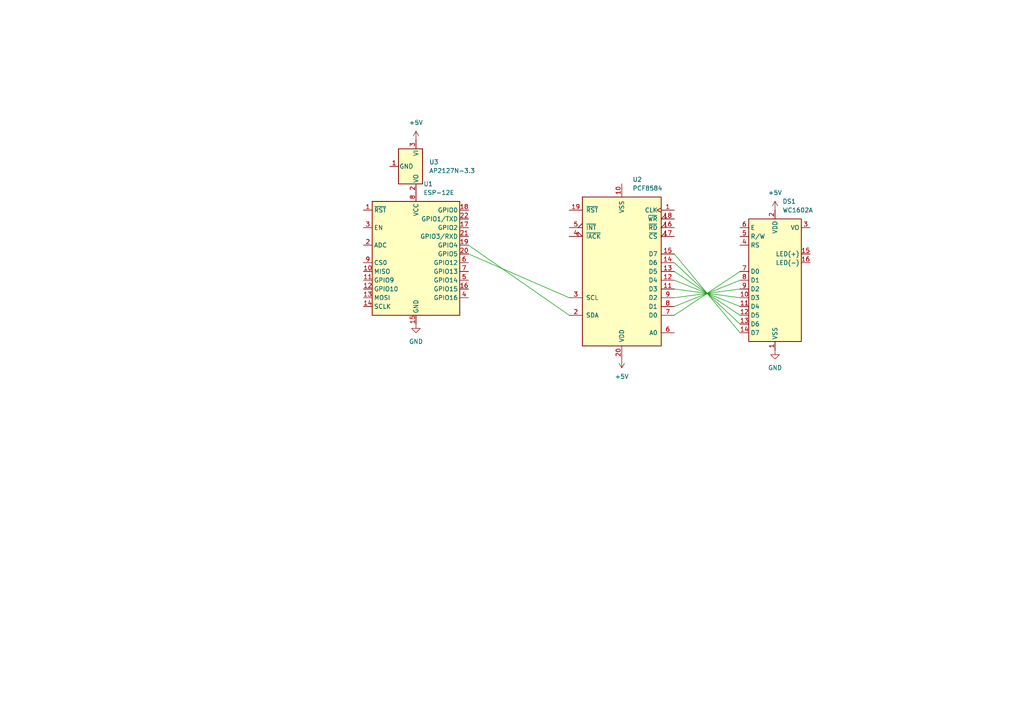
<source format=kicad_sch>
(kicad_sch (version 20250114) (generator "eeschema") (generator_version "9.0")
  (paper "A4")
  (lib_symbols
    (symbol "Display_Character:WC1602A"
      (property "Reference" "DS" (at -5.842 19.05 0))
      (property "Value" "WC1602A" (at 5.334 19.05 0))
      (symbol "WC1602A_1_1"
        (rectangle (start -7.62 17.78) (end 7.62 -17.78) (stroke (width 0.254)) (fill (type background)))
        (pin input line (at -10.16 15.24 0) (length 2.54) (name "E") (number "6"))
        (pin input line (at -10.16 12.7 0) (length 2.54) (name "R/W") (number "5"))
        (pin input line (at -10.16 10.16 0) (length 2.54) (name "RS") (number "4"))
        (pin input line (at -10.16 2.54 0) (length 2.54) (name "D0") (number "7"))
        (pin input line (at -10.16 0 0) (length 2.54) (name "D1") (number "8"))
        (pin input line (at -10.16 -2.54 0) (length 2.54) (name "D2") (number "9"))
        (pin input line (at -10.16 -5.08 0) (length 2.54) (name "D3") (number "10"))
        (pin input line (at -10.16 -7.62 0) (length 2.54) (name "D4") (number "11"))
        (pin input line (at -10.16 -10.16 0) (length 2.54) (name "D5") (number "12"))
        (pin input line (at -10.16 -12.7 0) (length 2.54) (name "D6") (number "13"))
        (pin input line (at -10.16 -15.24 0) (length 2.54) (name "D7") (number "14"))
        (pin power_in line (at 0 20.32 270) (length 2.54) (name "VDD") (number "2"))
        (pin power_in line (at 0 -20.32 90) (length 2.54) (name "VSS") (number "1"))
        (pin input line (at 10.16 15.24 180) (length 2.54) (name "VO") (number "3"))
        (pin power_in line (at 10.16 7.62 180) (length 2.54) (name "LED(+)") (number "15"))
        (pin power_in line (at 10.16 5.08 180) (length 2.54) (name "LED(-)") (number "16"))
      )
    )
    (symbol "Interface_Expansion:PCF8584" (pin_names (offset 1.016))
      (property "Reference" "U" (at -11.43 22.86 0))
      (property "Value" "PCF8584" (at 3.81 22.86 0))
      (symbol "PCF8584_0_1"
        (rectangle (start -11.43 -21.59) (end 11.43 21.59) (stroke (width 0.254)) (fill (type background)))
      )
      (symbol "PCF8584_1_1"
        (pin input line (at -15.24 17.78 0) (length 3.81) (name "A0") (number "6"))
        (pin tri_state line (at -15.24 12.7 0) (length 3.81) (name "D0") (number "7"))
        (pin tri_state line (at -15.24 10.16 0) (length 3.81) (name "D1") (number "8"))
        (pin tri_state line (at -15.24 7.62 0) (length 3.81) (name "D2") (number "9"))
        (pin tri_state line (at -15.24 5.08 0) (length 3.81) (name "D3") (number "11"))
        (pin tri_state line (at -15.24 2.54 0) (length 3.81) (name "D4") (number "12"))
        (pin tri_state line (at -15.24 0 0) (length 3.81) (name "D5") (number "13"))
        (pin tri_state line (at -15.24 -2.54 0) (length 3.81) (name "D6") (number "14"))
        (pin tri_state line (at -15.24 -5.08 0) (length 3.81) (name "D7") (number "15"))
        (pin input input_low (at -15.24 -10.16 0) (length 3.81) (name "~{CS}") (number "17"))
        (pin passive input_low (at -15.24 -12.7 0) (length 3.81) (name "~{RD}") (number "16"))
        (pin input input_low (at -15.24 -15.24 0) (length 3.81) (name "~{WR}") (number "18"))
        (pin input clock (at -15.24 -17.78 0) (length 3.81) (name "CLK") (number "1"))
        (pin power_in line (at 0 25.4 270) (length 3.81) (name "VDD") (number "20"))
        (pin power_in line (at 0 -25.4 90) (length 3.81) (name "VSS") (number "10"))
        (pin bidirectional line (at 15.24 12.7 180) (length 3.81) (name "SDA") (number "2"))
        (pin bidirectional line (at 15.24 7.62 180) (length 3.81) (name "SCL") (number "3"))
        (pin input input_low (at 15.24 -10.16 180) (length 3.81) (name "~{IACK}") (number "4"))
        (pin output output_low (at 15.24 -12.7 180) (length 3.81) (name "~{INT}") (number "5"))
        (pin bidirectional line (at 15.24 -17.78 180) (length 3.81) (name "~{RST}") (number "19"))
      )
    )
    (symbol "RF_Module:ESP-12E"
      (property "Reference" "U" (at -12.7 19.05 0))
      (property "Value" "ESP-12E" (at 12.7 19.05 0))
      (symbol "ESP-12E_0_1"
        (rectangle (start -12.7 17.78) (end 12.7 -15.24) (stroke (width 0.254)) (fill (type background)))
      )
      (symbol "ESP-12E_1_1"
        (pin input line (at -15.24 15.24 0) (length 2.54) (name "~{RST}") (number "1"))
        (pin input line (at -15.24 10.16 0) (length 2.54) (name "EN") (number "3"))
        (pin input line (at -15.24 5.08 0) (length 2.54) (name "ADC") (number "2"))
        (pin input line (at -15.24 0 0) (length 2.54) (name "CS0") (number "9"))
        (pin bidirectional line (at -15.24 -2.54 0) (length 2.54) (name "MISO") (number "10"))
        (pin bidirectional line (at -15.24 -5.08 0) (length 2.54) (name "GPIO9") (number "11"))
        (pin bidirectional line (at -15.24 -7.62 0) (length 2.54) (name "GPIO10") (number "12"))
        (pin bidirectional line (at -15.24 -10.16 0) (length 2.54) (name "MOSI") (number "13"))
        (pin bidirectional line (at -15.24 -12.7 0) (length 2.54) (name "SCLK") (number "14"))
        (pin power_in line (at 0 20.32 270) (length 2.54) (name "VCC") (number "8"))
        (pin power_in line (at 0 -17.78 90) (length 2.54) (name "GND") (number "15"))
        (pin bidirectional line (at 15.24 15.24 180) (length 2.54) (name "GPIO0") (number "18"))
        (pin bidirectional line (at 15.24 12.7 180) (length 2.54) (name "GPIO1/TXD") (number "22"))
        (pin bidirectional line (at 15.24 10.16 180) (length 2.54) (name "GPIO2") (number "17"))
        (pin bidirectional line (at 15.24 7.62 180) (length 2.54) (name "GPIO3/RXD") (number "21"))
        (pin bidirectional line (at 15.24 5.08 180) (length 2.54) (name "GPIO4") (number "19"))
        (pin bidirectional line (at 15.24 2.54 180) (length 2.54) (name "GPIO5") (number "20"))
        (pin bidirectional line (at 15.24 0 180) (length 2.54) (name "GPIO12") (number "6"))
        (pin bidirectional line (at 15.24 -2.54 180) (length 2.54) (name "GPIO13") (number "7"))
        (pin bidirectional line (at 15.24 -5.08 180) (length 2.54) (name "GPIO14") (number "5"))
        (pin bidirectional line (at 15.24 -7.62 180) (length 2.54) (name "GPIO15") (number "16"))
        (pin bidirectional line (at 15.24 -10.16 180) (length 2.54) (name "GPIO16") (number "4"))
      )
    )
    (symbol "Regulator_Linear:AP2127N-3.3" (pin_names (offset 0.254))
      (property "Reference" "U" (at -3.81 3.175 0))
      (property "Value" "AP2127N-3.3" (at 0 3.175 0))
      (symbol "AP2127N-3.3_0_1"
        (rectangle (start -5.08 1.905) (end 5.08 -5.08) (stroke (width 0.254)) (fill (type background)))
      )
      (symbol "AP2127N-3.3_1_1"
        (pin power_in line (at -7.62 0 0) (length 2.54) (name "VI") (number "3"))
        (pin power_in line (at 0 -7.62 90) (length 2.54) (name "GND") (number "1"))
        (pin power_out line (at 7.62 0 180) (length 2.54) (name "VO") (number "2"))
      )
    )
    (symbol "power:+5V" (power) (pin_numbers (hide yes)) (pin_names (offset 0) (hide yes))
      (property "Value" "+5V" (at 0 3.556 0))
      (symbol "+5V_0_1"
        (polyline (pts (xy -0.762 1.27) (xy 0 2.54)))
        (polyline (pts (xy 0 2.54) (xy 0.762 1.27)))
        (polyline (pts (xy 0 0) (xy 0 2.54)))
      )
      (symbol "+5V_1_1"
        (pin power_in line (at 0 0 90) (length 0) (name "~") (number "1"))
      )
    )
    (symbol "power:GND" (power) (pin_numbers (hide yes)) (pin_names (offset 0) (hide yes))
      (property "Value" "GND" (at 0 -3.81 0))
      (symbol "GND_0_1"
        (polyline (pts (xy 0 0) (xy 0 -1.27) (xy 1.27 -1.27) (xy 0 -2.54) (xy -1.27 -1.27) (xy 0 -1.27)))
      )
      (symbol "GND_1_1"
        (pin power_in line (at 0 0 270) (length 0) (name "~") (number "1"))
      )
    )
  )
  (wire (pts (xy 214.63 91.44) (xy 195.58 78.74)))
  (wire (pts (xy 195.58 91.44) (xy 214.63 78.74)))
  (wire (pts (xy 214.63 96.52) (xy 195.58 73.66)))
  (wire (pts (xy 135.89 73.66) (xy 165.1 86.36)))
  (wire (pts (xy 214.63 88.9) (xy 195.58 81.28)))
  (wire (pts (xy 214.63 93.98) (xy 195.58 76.2)))
  (wire (pts (xy 214.63 83.82) (xy 195.58 86.36)))
  (wire (pts (xy 165.1 91.44) (xy 135.89 71.12)))
  (wire (pts (xy 214.63 81.28) (xy 195.58 88.9)))
  (wire (pts (xy 195.58 83.82) (xy 214.63 86.36)))
  (symbol (lib_id "power:+5V") (at 180.34 104.14 180) (unit 1)
    (property "Reference" "#PWR02" (effects (hide yes)))
    (property "Value" "+5V" (at 180.34 109.22 0))
    (property "Description" "Power symbol creates a global label with name \"+5V\"" (effects (hide yes)))
  )
  (symbol (lib_id "Display_Character:WC1602A") (at 224.79 81.28 0) (unit 1)
    (property "Reference" "DS1" (at 226.9333 58.42 0) (effects (justify left)))
    (property "Value" "WC1602A" (at 226.9333 60.96 0) (effects (justify left)))
    (property "Footprint" "Display:WC1602A" (effects (hide yes)))
    (property "Datasheet" "http://www.wincomlcd.com/pdf/WC1602A-SFYLYHTC06.pdf" (effects (hide yes)))
    (property "Description" "LCD 16x2 Alphanumeric , 8 bit parallel bus, 5V VDD" (effects (hide yes)))
  )
  (symbol (lib_id "power:+5V") (at 120.65 40.64 0) (unit 1)
    (property "Reference" "#PWR01" (effects (hide yes)))
    (property "Value" "+5V" (at 120.65 35.56 0))
    (property "Description" "Power symbol creates a global label with name \"+5V\"" (effects (hide yes)))
  )
  (symbol (lib_id "power:GND") (at 224.79 101.6 0) (unit 1)
    (property "Reference" "#PWR05" (effects (hide yes)))
    (property "Value" "GND" (at 224.79 106.68 0))
    (property "Description" "Power symbol creates a global label with name \"GND\" , ground" (effects (hide yes)))
  )
  (symbol (lib_id "power:+5V") (at 224.79 60.96 0) (unit 1)
    (property "Reference" "#PWR03" (effects (hide yes)))
    (property "Value" "+5V" (at 224.79 55.88 0))
    (property "Description" "Power symbol creates a global label with name \"+5V\"" (effects (hide yes)))
  )
  (symbol (lib_id "power:GND") (at 120.65 93.98 0) (unit 1)
    (property "Reference" "#PWR04" (effects (hide yes)))
    (property "Value" "GND" (at 120.65 99.06 0))
    (property "Description" "Power symbol creates a global label with name \"GND\" , ground" (effects (hide yes)))
  )
  (symbol (lib_id "Interface_Expansion:PCF8584") (at 180.34 78.74 180) (unit 1)
    (property "Reference" "U2" (at 183.4581 52.07 0) (effects (justify right)))
    (property "Value" "PCF8584" (at 183.4581 54.61 0) (effects (justify right)))
    (property "Datasheet" "http://www.nxp.com/docs/en/data-sheet/PCF8584.pdf" (effects (hide yes)))
    (property "Description" "I2C Bus Controller, DIP/SOIC-20" (effects (hide yes)))
  )
  (symbol (lib_id "Regulator_Linear:AP2127N-3.3") (at 120.65 48.26 270) (unit 1)
    (property "Reference" "U3" (at 124.46 46.9899 90) (effects (justify left)))
    (property "Value" "AP2127N-3.3" (at 124.46 49.5299 90) (effects (justify left)))
    (property "Footprint" "Package_TO_SOT_SMD:SOT-23" (effects (hide yes)))
    (property "Datasheet" "https://www.diodes.com/assets/Datasheets/AP2127.pdf" (effects (hide yes)))
    (property "Description" "300mA low dropout linear regulator, shutdown pin, 2.5V-6V input voltage, 3.3V fixed positive output, SOT-23 package" (effects (hide yes)))
  )
  (symbol (lib_id "RF_Module:ESP-12E") (at 120.65 76.2 0) (unit 1)
    (property "Reference" "U1" (at 122.7933 53.34 0) (effects (justify left)))
    (property "Value" "ESP-12E" (at 122.7933 55.88 0) (effects (justify left)))
    (property "Footprint" "RF_Module:ESP-12E" (effects (hide yes)))
    (property "Datasheet" "http://wiki.ai-thinker.com/_media/esp8266/esp8266_series_modules_user_manual_v1.1.pdf" (effects (hide yes)))
    (property "Description" "802.11 b/g/n Wi-Fi Module" (effects (hide yes)))
  )
)
</source>
